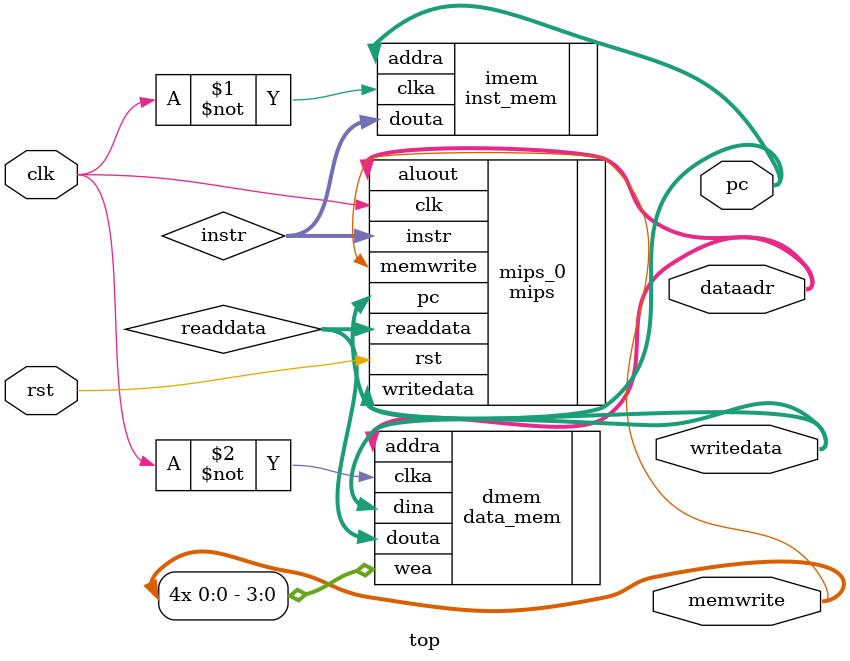
<source format=v>
`timescale 1ns / 1ps


module top(
	input wire clk, rst,
	output wire[31:0] writedata, dataadr, pc,
	output wire memwrite
);
	// wire clk;
	wire[31:0] readdata, instr;


	//   clk_div instance_name(
 //    	// Clock out ports
	//     .clk_out1(hclk),     // output clk_out1
	//    // Clock in ports
	//     .clk_in1(clk)
 //    	); 
   	


 	mips mips_0(
 		.clk(clk),
 		.rst(rst),
 		.instr(instr),
 		.memwrite(memwrite),
 		.aluout(dataadr),
 		.writedata(writedata),
 		.readdata(readdata),
 		.pc(pc)
 	);

	inst_mem imem(
		.clka(~clk),
		.addra(pc),
		.douta(instr)
	);
	
	data_mem dmem(
		.clka(~clk),
		.wea({4{memwrite}}),
		.addra(dataadr),
		.dina(writedata),
		.douta(readdata)
	);

endmodule

</source>
